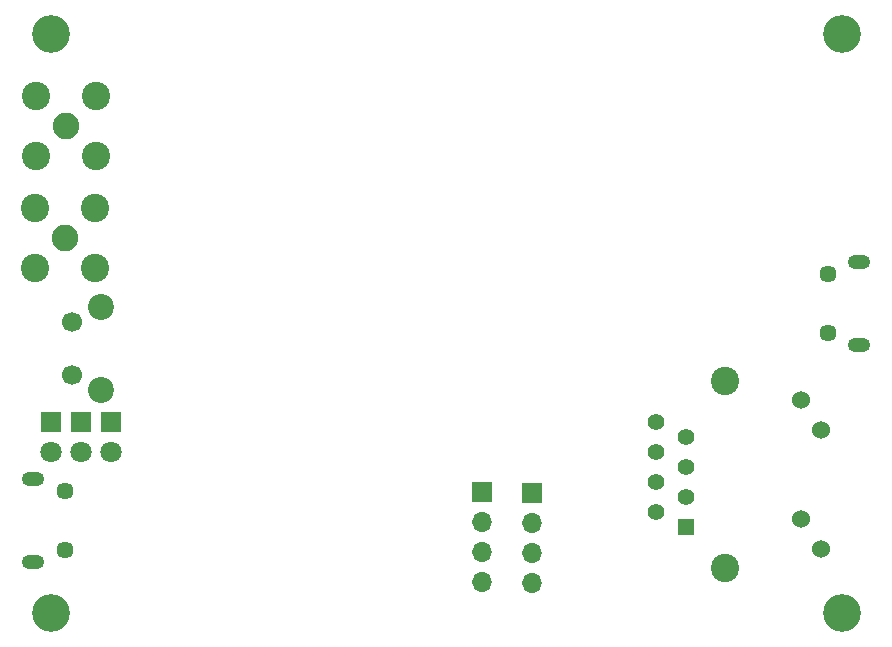
<source format=gbr>
%TF.GenerationSoftware,KiCad,Pcbnew,(6.0.9)*%
%TF.CreationDate,2023-03-02T15:05:35+09:00*%
%TF.ProjectId,mosaicBoard,6d6f7361-6963-4426-9f61-72642e6b6963,rev?*%
%TF.SameCoordinates,PX72eaf20PY14fb180*%
%TF.FileFunction,Soldermask,Bot*%
%TF.FilePolarity,Negative*%
%FSLAX46Y46*%
G04 Gerber Fmt 4.6, Leading zero omitted, Abs format (unit mm)*
G04 Created by KiCad (PCBNEW (6.0.9)) date 2023-03-02 15:05:35*
%MOMM*%
%LPD*%
G01*
G04 APERTURE LIST*
%ADD10C,0.001000*%
%ADD11R,1.400000X1.400000*%
%ADD12C,1.400000*%
%ADD13C,1.530000*%
%ADD14C,2.400000*%
%ADD15R,1.700000X1.700000*%
%ADD16O,1.700000X1.700000*%
%ADD17C,2.200000*%
%ADD18C,1.700000*%
%ADD19C,1.450000*%
%ADD20O,1.900000X1.200000*%
%ADD21C,2.250000*%
%ADD22C,3.200000*%
%ADD23R,1.800000X1.800000*%
%ADD24C,1.800000*%
G04 APERTURE END LIST*
D10*
%TO.C,J9*%
X63150000Y-34585000D03*
X63150000Y-46015000D03*
D11*
X56800000Y-44745000D03*
D12*
X54260000Y-43475000D03*
X56800000Y-42205000D03*
X54260000Y-40935000D03*
X56800000Y-39665000D03*
X54260000Y-38395000D03*
X56800000Y-37125000D03*
X54260000Y-35855000D03*
D13*
X68230000Y-46625000D03*
X66530000Y-44085000D03*
X68230000Y-36515000D03*
X66530000Y-33975000D03*
D14*
X60100000Y-48175000D03*
X60100000Y-32425000D03*
%TD*%
D15*
%TO.C,J5*%
X39545500Y-41817500D03*
D16*
X39545500Y-44357500D03*
X39545500Y-46897500D03*
X39545500Y-49437500D03*
%TD*%
D17*
%TO.C,SW1*%
X7300000Y-33150000D03*
X7300000Y-26150000D03*
D18*
X4800000Y-31900000D03*
X4800000Y-27400000D03*
%TD*%
D19*
%TO.C,J10*%
X68791500Y-28300000D03*
D20*
X71491500Y-29300000D03*
D19*
X68791500Y-23300000D03*
D20*
X71491500Y-22300000D03*
%TD*%
%TO.C,J3*%
X1516000Y-40700000D03*
X1516000Y-47700000D03*
D19*
X4216000Y-46700000D03*
X4216000Y-41700000D03*
%TD*%
D21*
%TO.C,J1*%
X4269000Y-10814000D03*
D14*
X1729000Y-13354000D03*
X6809000Y-8274000D03*
X1729000Y-8274000D03*
X6809000Y-13354000D03*
%TD*%
D21*
%TO.C,J2*%
X4260000Y-20290000D03*
D14*
X6800000Y-22830000D03*
X1720000Y-17750000D03*
X6800000Y-17750000D03*
X1720000Y-22830000D03*
%TD*%
D22*
%TO.C,REF\u002A\u002A*%
X3000000Y-52000000D03*
%TD*%
D23*
%TO.C,D5*%
X8125000Y-35850000D03*
D24*
X8125000Y-38390000D03*
%TD*%
D22*
%TO.C,REF\u002A\u002A*%
X70000000Y-3000000D03*
%TD*%
%TO.C,REF\u002A\u002A*%
X70000000Y-52000000D03*
%TD*%
D23*
%TO.C,D4*%
X5550000Y-35850000D03*
D24*
X5550000Y-38390000D03*
%TD*%
D15*
%TO.C,J4*%
X43793700Y-41881000D03*
D16*
X43793700Y-44421000D03*
X43793700Y-46961000D03*
X43793700Y-49501000D03*
%TD*%
D23*
%TO.C,D3*%
X3075000Y-35850000D03*
D24*
X3075000Y-38390000D03*
%TD*%
D22*
%TO.C,REF\u002A\u002A*%
X3000000Y-3000000D03*
%TD*%
M02*

</source>
